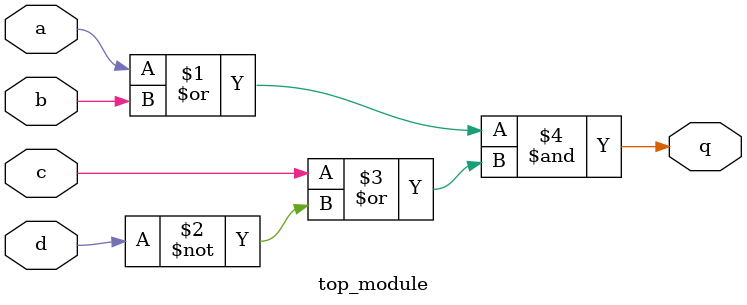
<source format=sv>
module top_module (
  input a,
  input b,
  input c,
  input d,
  output q
);

  assign q = ((a | b) & (c | ~d));

endmodule

</source>
